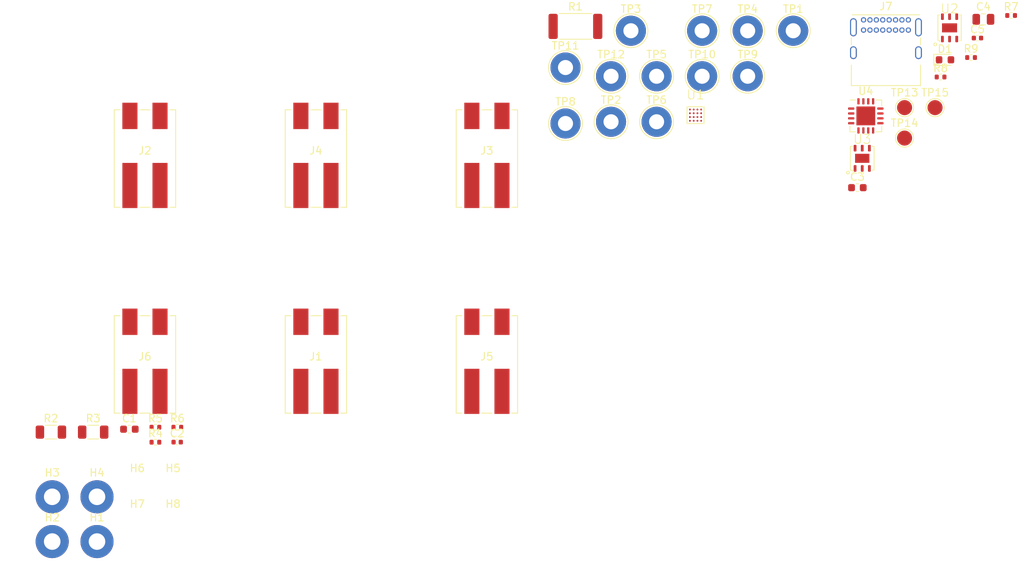
<source format=kicad_pcb>
(kicad_pcb (version 20211014) (generator pcbnew)
  (layers (0 "F.Cu" signal) (31 "B.Cu" signal) (34 "B.Paste" user) (35 "F.Paste" user) (36 "B.SilkS" user "B.Silkscreen") (37 "F.SilkS" user "F.Silkscreen") (38 "B.Mask" user) (39 "F.Mask" user) (44 "Edge.Cuts" user))
  (net 0 "")
  (net 1 "+3V3")
  (net 2 "GND")
  (net 3 "+5V")
  (net 4 "Net-(D1-Pad2)")
  (net 5 "Net-(J1-Pad1)")
  (net 6 "Net-(J2-Pad1)")
  (net 7 "Net-(J3-Pad1)")
  (net 8 "Net-(J4-Pad1)")
  (net 9 "Net-(J5-Pad1)")
  (net 10 "Net-(J6-Pad1)")
  (net 11 "/USB/CC1")
  (net 12 "/USB/USBD_P")
  (net 13 "/USB/USBD_N")
  (net 15 "Net-(J7-PadB5)")
  (net 17 "/Power Monitor/I2C_SCL")
  (net 18 "/Power Monitor/I2C_SDA")
  (net 19 "/Power Monitor/GPIO")
  (net 20 "Net-(R9-Pad1)")
  (net 21 "/Power Monitor/~{PWRDN}")
  (net 22 "/Power Monitor/SLOW")
  (footprint "Resistor_SMD:R_1206_3216Metric" (layer "F.Cu") (at 75.94 127.39)
    (fp_text reference "R2" (at 0 -1.82) (layer "F.SilkS"))
    (fp_text value "0.1R 1% 1206")
    (fp_line (start -0.727064 -0.91) (end 0.727064 -0.91) (layer "F.SilkS") (width 0.12))
    (fp_line (start -0.727064 0.91) (end 0.727064 0.91) (layer "F.SilkS") (width 0.12))
    (pad "1" smd roundrect (at -1.4625 0) (size 1.125 1.75) (layers "F.Cu" "F.Paste" "F.Mask") (roundrect_rratio 0.222222) (net 9 "Net-(J5-Pad1)"))
    (pad "2" smd roundrect (at 1.4625 0) (size 1.125 1.75) (layers "F.Cu" "F.Paste" "F.Mask") (roundrect_rratio 0.222222) (net 6 "Net-(J2-Pad1)"))
  )
  (footprint "Capacitor_SMD:C_0402_1005Metric" (layer "F.Cu") (at 199.01 75)
    (fp_text reference "C5" (at 0 -1.16) (layer "F.SilkS"))
    (fp_text value "0.1uF")
    (fp_line (start -0.107836 -0.36) (end 0.107836 -0.36) (layer "F.SilkS") (width 0.12))
    (fp_line (start -0.107836 0.36) (end 0.107836 0.36) (layer "F.SilkS") (width 0.12))
    (pad "1" smd roundrect (at -0.48 0) (size 0.56 0.62) (layers "F.Cu" "F.Paste" "F.Mask") (net 1 "+3V3"))
    (pad "2" smd roundrect (at 0.48 0) (size 0.56 0.62) (layers "F.Cu" "F.Paste" "F.Mask") (net 2 "GND"))
  )
  (footprint "Resistor_SMD:R_0402_1005Metric" (layer "F.Cu") (at 203.48 72)
    (fp_text reference "R7" (at 0 -1.17) (layer "F.SilkS"))
    (fp_text value "5.1k")
    (fp_line (start -0.153641 -0.38) (end 0.153641 -0.38) (layer "F.SilkS") (width 0.12))
    (fp_line (start -0.153641 0.38) (end 0.153641 0.38) (layer "F.SilkS") (width 0.12))
    (pad "1" smd roundrect (at -0.51 0) (size 0.54 0.64) (layers "F.Cu" "F.Paste" "F.Mask") (net 15 "Net-(J7-PadB5)"))
    (pad "2" smd roundrect (at 0.51 0) (size 0.54 0.64) (layers "F.Cu" "F.Paste" "F.Mask") (net 2 "GND"))
  )
  (footprint "TestPoint:TestPoint_THTPad_D4.0mm_Drill2.0mm" (layer "F.Cu") (at 162.44 80.08)
    (fp_text reference "TP10" (at 0 -2.898) (layer "F.SilkS"))
    (fp_text value "TP-PTH")
    (fp_circle (center 0 0) (end 0 2.25) (layer "F.SilkS") (width 0.12) (fill none))
    (pad "1" thru_hole circle (at 0 0) (size 4 4) (drill 2) (layers *.Cu *.Mask) (net 2 "GND"))
  )
  (footprint "Resistor_SMD:R_0402_1005Metric" (layer "F.Cu") (at 89.82 128.73)
    (fp_text reference "R4" (at 0 -1.17) (layer "F.SilkS"))
    (fp_text value "10k")
    (fp_line (start -0.153641 -0.38) (end 0.153641 -0.38) (layer "F.SilkS") (width 0.12))
    (fp_line (start -0.153641 0.38) (end 0.153641 0.38) (layer "F.SilkS") (width 0.12))
    (pad "1" smd roundrect (at -0.51 0) (size 0.54 0.64) (layers "F.Cu" "F.Paste" "F.Mask") (net 1 "+3V3"))
    (pad "2" smd roundrect (at 0.51 0) (size 0.54 0.64) (layers "F.Cu" "F.Paste" "F.Mask") (net 17 "/Power Monitor/I2C_SCL"))
  )
  (footprint "toast:StencilAlignmentHole_1.6mm" (layer "F.Cu") (at 87.41 135.39)
    (fp_text reference "H6" (at 0 -3.2) (layer "F.SilkS"))
    (fp_text value "StencilAlignmentHole")
    (pad "" np_thru_hole circle (at 0 0) (size 1.6 1.6) (drill 1.6) (layers F&B.Cu *.Paste *.Mask))
  )
  (footprint "toast:WAGO_2060-452_998-404" (layer "F.Cu") (at 111.139999 91.016398)
    (fp_text reference "J4" (at 0 -1.0414) (layer "F.SilkS"))
    (fp_text value "2060-452/998-404" hide)
    (fp_line (start 4.077 -6.477) (end 3.336041 -6.477) (layer "F.SilkS") (width 0.12))
    (fp_line (start 0.663961 -6.477) (end -0.663961 -6.477) (layer "F.SilkS") (width 0.12))
    (fp_line (start -4.077 -6.477) (end -4.077 6.477) (layer "F.SilkS") (width 0.12))
    (fp_line (start -3.336041 -6.477) (end -4.077 -6.477) (layer "F.SilkS") (width 0.12))
    (fp_line (start 4.077 6.477) (end 4.077 -6.477) (layer "F.SilkS") (width 0.12))
    (fp_line (start -4.077 6.477) (end -3.332741 6.477) (layer "F.SilkS") (width 0.12))
    (fp_line (start 3.332741 6.477) (end 4.077 6.477) (layer "F.SilkS") (width 0.12))
    (fp_line (start -0.667261 6.477) (end 0.667261 6.477) (layer "F.SilkS") (width 0.12))
    (pad "1" smd rect (at -2.000001 3.5836) (size 2 6) (layers "F.Cu" "F.Paste" "F.Mask") (net 8 "Net-(J4-Pad1)"))
    (pad "2" smd rect (at 2.000001 3.5836) (size 2 6) (layers "F.Cu" "F.Paste" "F.Mask") (net 2 "GND"))
    (pad "3" smd rect (at -2.000001 -5.6664) (size 2.0066 3.5052) (layers "F.Cu" "F.Paste" "F.Mask") (net 8 "Net-(J4-Pad1)"))
    (pad "4" smd rect (at 2.000001 -5.6664) (size 2.0066 3.5052) (layers "F.Cu" "F.Paste" "F.Mask") (net 2 "GND"))
  )
  (footprint "Resistor_SMD:R_0402_1005Metric" (layer "F.Cu") (at 89.82 126.74)
    (fp_text reference "R5" (at 0 -1.17) (layer "F.SilkS"))
    (fp_text value "10k")
    (fp_line (start -0.153641 0.38) (end 0.153641 0.38) (layer "F.SilkS") (width 0.12))
    (fp_line (start -0.153641 -0.38) (end 0.153641 -0.38) (layer "F.SilkS") (width 0.12))
    (pad "1" smd roundrect (at -0.51 0) (size 0.54 0.64) (layers "F.Cu" "F.Paste" "F.Mask") (net 1 "+3V3"))
    (pad "2" smd roundrect (at 0.51 0) (size 0.54 0.64) (layers "F.Cu" "F.Paste" "F.Mask") (net 18 "/Power Monitor/I2C_SDA"))
  )
  (footprint "Resistor_SMD:R_0402_1005Metric" (layer "F.Cu") (at 194.11 80.18)
    (fp_text reference "R8" (at 0 -1.17) (layer "F.SilkS"))
    (fp_text value "5.1k")
    (fp_line (start -0.153641 0.38) (end 0.153641 0.38) (layer "F.SilkS") (width 0.12))
    (fp_line (start -0.153641 -0.38) (end 0.153641 -0.38) (layer "F.SilkS") (width 0.12))
    (pad "1" smd roundrect (at -0.51 0) (size 0.54 0.64) (layers "F.Cu" "F.Paste" "F.Mask") (net 11 "/USB/CC1"))
    (pad "2" smd roundrect (at 0.51 0) (size 0.54 0.64) (layers "F.Cu" "F.Paste" "F.Mask") (net 2 "GND"))
  )
  (footprint "Capacitor_SMD:C_0805_2012Metric" (layer "F.Cu") (at 199.8 72.51)
    (fp_text reference "C4" (at 0 -1.68) (layer "F.SilkS"))
    (fp_text value "10uF")
    (fp_line (start -0.261252 0.735) (end 0.261252 0.735) (layer "F.SilkS") (width 0.12))
    (fp_line (start -0.261252 -0.735) (end 0.261252 -0.735) (layer "F.SilkS") (width 0.12))
    (pad "1" smd roundrect (at -0.95 0) (size 1 1.45) (layers "F.Cu" "F.Paste" "F.Mask") (net 1 "+3V3"))
    (pad "2" smd roundrect (at 0.95 0) (size 1 1.45) (layers "F.Cu" "F.Paste" "F.Mask") (net 2 "GND"))
  )
  (footprint "toast:BGA16NP50_4X4_222X217X67B32N" (layer "F.Cu") (at 161.565 85.25)
    (fp_text reference "U1" (at 0 -2.7) (layer "F.SilkS") (effects (font (size 1.2 1.2) (thickness 0.12))))
    (fp_text value "PAC1953T-E_J6CX")
    (fp_line (start 1.125 -1.12) (end 1.125 1.12) (layer "F.SilkS") (width 0.12))
    (fp_line (start -1.125 -1.12) (end 1.125 -1.12) (layer "F.SilkS") (width 0.12))
    (fp_line (start -1.125 1.12) (end -1.125 -1.12) (layer "F.SilkS") (width 0.12))
    (fp_line (start 1.125 1.12) (end -1.125 1.12) (layer "F.SilkS") (width 0.12))
    (pad "A1" smd circle (at -0.75 0.75) (size 0.25 0.25) (layers "F.Cu" "F.Paste" "F.Mask") (net 6 "Net-(J2-Pad1)"))
    (pad "A2" smd circle (at -0.75 0.25) (size 0.25 0.25) (layers "F.Cu" "F.Paste" "F.Mask") (net 8 "Net-(J4-Pad1)"))
    (pad "A3" smd circle (at -0.75 -0.25) (size 0.25 0.25) (layers "F.Cu" "F.Paste" "F.Mask") (net 5 "Net-(J1-Pad1)"))
    (pad "A4" smd circle (at -0.75 -0.75) (size 0.25 0.25) (layers "F.Cu" "F.Paste" "F.Mask") (net 1 "+3V3"))
    (pad "B1" smd circle (at -0.25 0.75) (size 0.25 0.25) (layers "F.Cu" "F.Paste" "F.Mask") (net 9 "Net-(J5-Pad1)"))
    (pad "B2" smd circle (at -0.25 0.25) (size 0.25 0.25) (layers "F.Cu" "F.Paste" "F.Mask") (net 19 "/Power Monitor/GPIO"))
    (pad "B3" smd circle (at -0.25 -0.25) (size 0.25 0.25) (layers "F.Cu" "F.Paste" "F.Mask") (net 21 "/Power Monitor/~{PWRDN}"))
    (pad "B4" smd circle (at -0.25 -0.75) (size 0.25 0.25) (layers "F.Cu" "F.Paste" "F.Mask") (net 2 "GND"))
    (pad "C1" smd circle (at 0.25 0.75) (size 0.25 0.25) (layers "F.Cu" "F.Paste" "F.Mask") (net 10 "Net-(J6-Pad1)"))
    (pad "C2" smd circle (at 0.25 0.25) (size 0.25 0.25) (layers "F.Cu" "F.Paste" "F.Mask") (net 2 "GND"))
    (pad "C3" smd circle (at 0.25 -0.25) (size 0.25 0.25) (layers "F.Cu" "F.Paste" "F.Mask") (net 22 "/Power Monitor/SLOW"))
    (pad "C4" smd circle (at 0.25 -0.75) (size 0.25 0.25) (layers "F.Cu" "F.Paste" "F.Mask") (net 17 "/Power Monitor/I2C_SCL"))
    (pad "D1" smd circle (at 0.75 0.75) (size 0.25 0.25) (layers "F.Cu" "F.Paste" "F.Mask") (net 7 "Net-(J3-Pad1)"))
    (pad "D2" smd circle (at 0.75 0.25) (size 0.25 0.25) (layers "F.Cu" "F.Paste" "F.Mask") (net 2 "GND"))
    (pad "D3" smd circle (at 0.75 -0.25) (size 0.25 0.25) (layers "F.Cu" "F.Paste" "F.Mask") (net 2 "GND"))
    (pad "D4" smd circle (at 0.75 -0.75) (size 0.25 0.25) (layers "F.Cu" "F.Paste" "F.Mask") (net 18 "/Power Monitor/I2C_SDA"))
  )
  (footprint "Connector_USB:USB_C_Receptacle_GCT_USB4085" (layer "F.Cu") (at 183.88 72.59)
    (fp_text reference "J7" (at 2.975 -1.8) (layer "F.SilkS"))
    (fp_text value "USB_C_Receptacle_USB2.0")
    (fp_line (start 7.57 2.4) (end 7.57 3.3) (layer "F.SilkS") (width 0.12))
    (fp_line (start 7.57 6) (end 7.57 8.73) (layer "F.SilkS") (width 0.12))
    (fp_line (start -1.62 8.73) (end 7.57 8.73) (layer "F.SilkS") (width 0.12))
    (fp_line (start -1.62 6) (end -1.62 8.73) (layer "F.SilkS") (width 0.12))
    (fp_line (start -1.5 -0.68) (end 7.45 -0.68) (layer "F.SilkS") (width 0.12))
    (fp_line (start -1.62 2.4) (end -1.62 3.3) (layer "F.SilkS") (width 0.12))
    (pad "A1" thru_hole circle (at 0 0) (size 0.7 0.7) (drill 0.4) (layers *.Cu *.Mask) (net 2 "GND"))
    (pad "A4" thru_hole circle (at 0.85 0) (size 0.7 0.7) (drill 0.4) (layers *.Cu *.Mask) (net 3 "+5V"))
    (pad "A5" thru_hole circle (at 1.7 0) (size 0.7 0.7) (drill 0.4) (layers *.Cu *.Mask) (net 11 "/USB/CC1"))
    (pad "A6" thru_hole circle (at 2.55 0) (size 0.7 0.7) (drill 0.4) (layers *.Cu *.Mask) (net 12 "/USB/USBD_P"))
    (pad "A7" thru_hole circle (at 3.4 0) (size 0.7 0.7) (drill 0.4) (layers *.Cu *.Mask) (net 13 "/USB/USBD_N"))
    (pad "A8" thru_hole circle (at 4.25 0) (size 0.7 0.7) (drill 0.4) (layers *.Cu *.Mask))
    (pad "A9" thru_hole circle (at 5.1 0) (size 0.7 0.7) (drill 0.4) (layers *.Cu *.Mask) (net 3 "+5V"))
    (pad "A12" thru_hole circle (at 5.95 0) (size 0.7 0.7) (drill 0.4) (layers *.Cu *.Mask) (net 2 "GND"))
    (pad "B1" thru_hole circle (at 5.95 1.35) (size 0.7 0.7) (drill 0.4) (layers *.Cu *.Mask) (net 2 "GND"))
    (pad "B4" thru_hole circle (at 5.1 1.35) (size 0.7 0.7) (drill 0.4) (layers *.Cu *.Mask) (net 3 "+5V"))
    (pad "B5" thru_hole circle (at 4.25 1.35) (size 0.7 0.7) (drill 0.4) (layers *.Cu *.Mask) (net 15 "Net-(J7-PadB5)"))
    (pad "B6" thru_hole circle (at 3.4 1.35) (size 0.7 0.7) (drill 0.4) (layers *.Cu *.Mask) (net 12 "/USB/USBD_P"))
    (pad "B7" thru_hole circle (at 2.55 1.35) (size 0.7 0.7) (drill 0.4) (layers *.Cu *.Mask) (net 13 "/USB/USBD_N"))
    (pad "B8" thru_hole circle (at 1.7 1.35) (size 0.7 0.7) (drill 0.4) (layers *.Cu *.Mask))
    (pad "B9" thru_hole circle (at 0.85 1.35) (size 0.7 0.7) (drill 0.4) (layers *.Cu *.Mask) (net 3 "+5V"))
    (pad "B12" thru_hole circle (at 0 1.35) (size 0.7 0.7) (drill 0.4) (layers *.Cu *.Mask) (net 2 "GND"))
    (pad "S1" thru_hole oval (at -1.35 4.36) (size 0.9 1.7) (drill oval 0.6 1.4) (layers *.Cu *.Mask) (net 2 "GND"))
    (pad "S1" thru_hole oval (at 7.3 0.98) (size 0.9 2.4) (drill oval 0.6 2.1) (layers *.Cu *.Mask) (net 2 "GND"))
    (pad "S1" thru_hole oval (at -1.35 0.98) (size 0.9 2.4) (drill oval 0.6 2.1) (layers *.Cu *.Mask) (net 2 "GND"))
    (pad "S1" thru_hole oval (at 7.3 4.36) (size 0.9 1.7) (drill oval 0.6 1.4) (layers *.Cu *.Mask) (net 2 "GND"))
  )
  (footprint "Capacitor_SMD:C_0603_1608Metric" (layer "F.Cu") (at 183.06 94.89)
    (fp_text reference "C3" (at 0 -1.43) (layer "F.SilkS"))
    (fp_text value "1uF")
    (fp_line (start -0.14058 -0.51) (end 0.14058 -0.51) (layer "F.SilkS") (width 0.12))
    (fp_line (start -0.14058 0.51) (end 0.14058 0.51) (layer "F.SilkS") (width 0.12))
    (pad "1" smd roundrect (at -0.775 0) (size 0.9 0.95) (layers "F.Cu" "F.Paste" "F.Mask") (net 3 "+5V"))
    (pad "2" smd roundrect (at 0.775 0) (size 0.9 0.95) (layers "F.Cu" "F.Paste" "F.Mask") (net 2 "GND"))
  )
  (footprint "TestPoint:TestPoint_Pad_D2.0mm" (layer "F.Cu") (at 189.33 88.3)
    (fp_text reference "TP14" (at 0 -1.998) (layer "F.SilkS"))
    (fp_text value "TestPoint")
    (fp_circle (center 0 0) (end 0 1.2) (layer "F.SilkS") (width 0.12) (fill none))
    (pad "1" smd circle (at 0 0) (size 2 2) (layers "F.Cu" "F.Mask") (net 18 "/Power Monitor/I2C_SDA"))
  )
  (footprint "TestPoint:TestPoint_THTPad_D4.0mm_Drill2.0mm" (layer "F.Cu") (at 162.44 74.03)
    (fp_text reference "TP7" (at 0 -2.898) (layer "F.SilkS"))
    (fp_text value "TP-PTH")
    (fp_circle (center 0 0) (end 0 2.25) (layer "F.SilkS") (width 0.12) (fill none))
    (pad "1" thru_hole circle (at 0 0) (size 4 4) (drill 2) (layers *.Cu *.Mask) (net 2 "GND"))
  )
  (footprint "TestPoint:TestPoint_THTPad_D4.0mm_Drill2.0mm" (layer "F.Cu") (at 150.34 80.08)
    (fp_text reference "TP12" (at 0 -2.898) (layer "F.SilkS"))
    (fp_text value "TP-PTH")
    (fp_circle (center 0 0) (end 0 2.25) (layer "F.SilkS") (width 0.12) (fill none))
    (pad "1" thru_hole circle (at 0 0) (size 4 4) (drill 2) (layers *.Cu *.Mask) (net 2 "GND"))
  )
  (footprint "TestPoint:TestPoint_Pad_D2.0mm" (layer "F.Cu") (at 189.33 84.25)
    (fp_text reference "TP13" (at 0 -1.998) (layer "F.SilkS"))
    (fp_text value "TestPoint")
    (fp_circle (center 0 0) (end 0 1.2) (layer "F.SilkS") (width 0.12) (fill none))
    (pad "1" smd circle (at 0 0) (size 2 2) (layers "F.Cu" "F.Mask") (net 1 "+3V3"))
  )
  (footprint "toast:StencilAlignmentHole_1.6mm" (layer "F.Cu") (at 92.16 140.14)
    (fp_text reference "H8" (at 0 -3.2) (layer "F.SilkS"))
    (fp_text value "StencilAlignmentHole")
    (pad "" np_thru_hole circle (at 0 0) (size 1.6 1.6) (drill 1.6) (layers F&B.Cu *.Paste *.Mask))
  )
  (footprint "toast:SON7P95_300X300X80L50X35T190X120N" (layer "F.Cu") (at 183.705 90.986)
    (fp_text reference "U3" (at 0 -2.54) (layer "F.SilkS") (effects (font (size 1.2 1.2) (thickness 0.12))))
    (fp_text value "TPD2E001DRSR")
    (fp_line (start -1.575 1.575) (end -1.575 -1.575) (layer "F.SilkS") (width 0.12))
    (fp_line (start 1.315 1.575) (end 1.575 1.575) (layer "F.SilkS") (width 0.12))
    (fp_line (start -1.315 1.575) (end -1.575 1.575) (layer "F.SilkS") (width 0.12))
    (fp_line (start -1.315 1.575) (end -1.315 1.725) (layer "F.SilkS") (width 0.12))
    (fp_line (start 1.575 1.575) (end 1.575 -1.575) (layer "F.SilkS") (width 0.12))
    (fp_line (start -1.575 -1.575) (end -1.315 -1.575) (layer "F.SilkS") (width 0.12))
    (fp_line (start 1.575 -1.575) (end 1.315 -1.575) (layer "F.SilkS") (width 0.12))
    (fp_circle (center -1.9 1.9) (end -1.9 2.09) (layer "F.SilkS") (width 0.12) (fill none))
    (pad "1" smd roundrect (at -0.95 1.347 90) (size 0.877 0.37) (layers "F.Cu" "F.Paste" "F.Mask") (roundrect_rratio 0.2486) (net 3 "+5V"))
    (pad "2" smd roundrect (at 0 1.347 90) (size 0.877 0.37) (layers "F.Cu" "F.Paste" "F.Mask") (roundrect_rratio 0.2486))
    (pad "3" smd roundrect (at 0.95 1.347 90) (size 0.877 0.37) (layers "F.Cu" "F.Paste" "F.Mask") (roundrect_rratio 0.2486) (net 13 "/USB/USBD_N"))
    (pad "4" smd roundrect (at 0.95 -1.347 90) (size 0.877 0.37) (layers "F.Cu" "F.Paste" "F.Mask") (roundrect_rratio 0.2486) (net 2 "GND"))
    (pad "5" smd roundrect (at 0 -1.347 90) (size 0.877 0.37) (layers "F.Cu" "F.Paste" "F.Mask") (roundrect_rratio 0.2486))
    (pad "6" smd roundrect (at -0.95 -1.347 90) (size 0.877 0.37) (layers "F.Cu" "F.Paste" "F.Mask") (roundrect_rratio 0.2486) (net 12 "/USB/USBD_P"))
    (pad "7" smd rect (at 0 0 90) (size 1.2 1.9) (layers "F.Cu" "F.Mask") (net 2 "GND"))
  )
  (footprint "toast:SON7P95_300X330X100L50X35T200X120N" (layer "F.Cu") (at 195.305 73.645)
    (fp_text reference "U2" (at 0 -2.54) (layer "F.SilkS") (effects (font (size 1.2 1.2) (thickness 0.12))))
    (fp_text value "NCP606")
    (fp_line (start 1.55 1.7) (end 1.55 -1.7) (layer "F.SilkS") (width 0.12))
    (fp_line (start 1.315 1.7) (end 1.55 1.7) (layer "F.SilkS") (width 0.12))
    (fp_line (start -1.55 1.7) (end -1.55 -1.7) (layer "F.SilkS") (width 0.12))
    (fp_line (start -1.315 1.7) (end -1.315 1.855) (layer "F.SilkS") (width 0.12))
    (fp_line (start 1.55 -1.7) (end 1.315 -1.7) (layer "F.SilkS") (width 0.12))
    (fp_line (start -1.55 -1.7) (end -1.315 -1.7) (layer "F.SilkS") (width 0.12))
    (fp_line (start -1.315 1.7) (end -1.55 1.7) (layer "F.SilkS") (width 0.12))
    (fp_circle (center -1.9 2.2) (end -1.9 2.39) (layer "F.SilkS") (width 0.12) (fill none))
    (pad "1" smd roundrect (at -0.95 1.485 90) (size 0.86 0.37) (layers "F.Cu" "F.Paste" "F.Mask") (roundrect_rratio 0.2486) (net 3 "+5V"))
    (pad "2" smd roundrect (at 0 1.485 90) (size 0.86 0.37) (layers "F.Cu" "F.Paste" "F.Mask") (roundrect_rratio 0.2486) (net 2 "GND"))
    (pad "3" smd roundrect (at 0.95 1.485 90) (size 0.86 0.37) (layers "F.Cu" "F.Paste" "F.Mask") (roundrect_rratio 0.2486) (net 3 "+5V"))
    (pad "4" smd roundrect (at 0.95 -1.485 90) (size 0.86 0.37) (layers "F.Cu" "F.Paste" "F.Mask") (roundrect_rratio 0.2486) (net 1 "+3V3"))
    (pad "5" smd roundrect (at 0 -1.485 90) (size 0.86 0.37) (layers "F.Cu" "F.Paste" "F.Mask") (roundrect_rratio 0.2486) (net 1 "+3V3"))
    (pad "6" smd roundrect (at -0.95 -1.485 90) (size 0.86 0.37) (layers "F.Cu" "F.Paste" "F.Mask") (roundrect_rratio 0.2486) (net 3 "+5V"))
    (pad "7" smd rect (at 0 0 90) (size 1.2 2) (layers "F.Cu" "F.Mask") (net 2 "GND"))
  )
  (footprint "toast:WAGO_2060-452_998-404" (layer "F.Cu") (at 88.429999 118.386398)
    (fp_text reference "J6" (at 0 -1.0414) (layer "F.SilkS"))
    (fp_text value "2060-452/998-404" hide)
    (fp_line (start 4.077 -6.477) (end 3.336041 -6.477) (layer "F.SilkS") (width 0.12))
    (fp_line (start -3.336041 -6.477) (end -4.077 -6.477) (layer "F.SilkS") (width 0.12))
    (fp_line (start -0.667261 6.477) (end 0.667261 6.477) (layer "F.SilkS") (width 0.12))
    (fp_line (start 4.077 6.477) (end 4.077 -6.477) (layer "F.SilkS") (width 0.12))
    (fp_line (start 3.332741 6.477) (end 4.077 6.477) (layer "F.SilkS") (width 0.12))
    (fp_line (start -4.077 6.477) (end -3.332741 6.477) (layer "F.SilkS") (width 0.12))
    (fp_line (start 0.663961 -6.477) (end -0.663961 -6.477) (layer "F.SilkS") (width 0.12))
    (fp_line (start -4.077 -6.477) (end -4.077 6.477) (layer "F.SilkS") (width 0.12))
    (pad "1" smd rect (at -2.000001 3.5836) (size 2 6) (layers "F.Cu" "F.Paste" "F.Mask") (net 10 "Net-(J6-Pad1)"))
    (pad "2" smd rect (at 2.000001 3.5836) (size 2 6) (layers "F.Cu" "F.Paste" "F.Mask") (net 2 "GND"))
    (pad "3" smd rect (at -2.000001 -5.6664) (size 2.0066 3.5052) (layers "F.Cu" "F.Paste" "F.Mask") (net 10 "Net-(J6-Pad1)"))
    (pad "4" smd rect (at 2.000001 -5.6664) (size 2.0066 3.5052) (layers "F.Cu" "F.Paste" "F.Mask") (net 2 "GND"))
  )
  (footprint "Capacitor_SMD:C_0402_1005Metric" (layer "F.Cu") (at 92.71 128.72)
    (fp_text reference "C2" (at 0 -1.16) (layer "F.SilkS"))
    (fp_text value "0.1uF")
    (fp_line (start -0.107836 -0.36) (end 0.107836 -0.36) (layer "F.SilkS") (width 0.12))
    (fp_line (start -0.107836 0.36) (end 0.107836 0.36) (layer "F.SilkS") (width 0.12))
    (pad "1" smd roundrect (at -0.48 0) (size 0.56 0.62) (layers "F.Cu" "F.Paste" "F.Mask") (net 1 "+3V3"))
    (pad "2" smd roundrect (at 0.48 0) (size 0.56 0.62) (layers "F.Cu" "F.Paste" "F.Mask") (net 2 "GND"))
  )
  (footprint "toast:WAGO_2060-452_998-404" (layer "F.Cu") (at 111.139999 118.386398)
    (fp_text reference "J1" (at 0 -1.0414) (layer "F.SilkS"))
    (fp_text value "2060-452/998-404" hide)
    (fp_line (start -4.077 6.477) (end -3.332741 6.477) (layer "F.SilkS") (width 0.12))
    (fp_line (start -0.667261 6.477) (end 0.667261 6.477) (layer "F.SilkS") (width 0.12))
    (fp_line (start 3.332741 6.477) (end 4.077 6.477) (layer "F.SilkS") (width 0.12))
    (fp_line (start 4.077 -6.477) (end 3.336041 -6.477) (layer "F.SilkS") (width 0.12))
    (fp_line (start -4.077 -6.477) (end -4.077 6.477) (layer "F.SilkS") (width 0.12))
    (fp_line (start -3.336041 -6.477) (end -4.077 -6.477) (layer "F.SilkS") (width 0.12))
    (fp_line (start 4.077 6.477) (end 4.077 -6.477) (layer "F.SilkS") (width 0.12))
    (fp_line (start 0.663961 -6.477) (end -0.663961 -6.477) (layer "F.SilkS") (width 0.12))
    (pad "1" smd rect (at -2.000001 3.5836) (size 2 6) (layers "F.Cu" "F.Paste" "F.Mask") (net 5 "Net-(J1-Pad1)"))
    (pad "2" smd rect (at 2.000001 3.5836) (size 2 6) (layers "F.Cu" "F.Paste" "F.Mask") (net 2 "GND"))
    (pad "3" smd rect (at -2.000001 -5.6664) (size 2.0066 3.5052) (layers "F.Cu" "F.Paste" "F.Mask") (net 5 "Net-(J1-Pad1)"))
    (pad "4" smd rect (at 2.000001 -5.6664) (size 2.0066 3.5052) (layers "F.Cu" "F.Paste" "F.Mask") (net 2 "GND"))
  )
  (footprint "Capacitor_SMD:C_0603_1608Metric" (layer "F.Cu") (at 86.36 127)
    (fp_text reference "C1" (at 0 -1.43) (layer "F.SilkS"))
    (fp_text value "1uF")
    (fp_line (start -0.14058 -0.51) (end 0.14058 -0.51) (layer "F.SilkS") (width 0.12))
    (fp_line (start -0.14058 0.51) (end 0.14058 0.51) (layer "F.SilkS") (width 0.12))
    (pad "1" smd roundrect (at -0.775 0) (size 0.9 0.95) (layers "F.Cu" "F.Paste" "F.Mask") (net 1 "+3V3"))
    (pad "2" smd roundrect (at 0.775 0) (size 0.9 0.95) (layers "F.Cu" "F.Paste" "F.Mask") (net 2 "GND"))
  )
  (footprint "Resistor_SMD:R_0402_1005Metric" (layer "F.Cu") (at 92.73 126.74)
    (fp_text reference "R6" (at 0 -1.17) (layer "F.SilkS"))
    (fp_text value "10k")
    (fp_line (start -0.153641 -0.38) (end 0.153641 -0.38) (layer "F.SilkS") (width 0.12))
    (fp_line (start -0.153641 0.38) (end 0.153641 0.38) (layer "F.SilkS") (width 0.12))
    (pad "1" smd roundrect (at -0.51 0) (size 0.54 0.64) (layers "F.Cu" "F.Paste" "F.Mask") (net 1 "+3V3"))
    (pad "2" smd roundrect (at 0.51 0) (size 0.54 0.64) (layers "F.Cu" "F.Paste" "F.Mask") (net 19 "/Power Monitor/GPIO"))
  )
  (footprint "Resistor_SMD:R_0402_1005Metric" (layer "F.Cu") (at 198.16 77.59)
    (fp_text reference "R9" (at 0 -1.17) (layer "F.SilkS"))
    (fp_text value "2k")
    (fp_line (start -0.153641 0.38) (end 0.153641 0.38) (layer "F.SilkS") (width 0.12))
    (fp_line (start -0.153641 -0.38) (end 0.153641 -0.38) (layer "F.SilkS") (width 0.12))
    (pad "1" smd roundrect (at -0.51 0) (size 0.54 0.64) (layers "F.Cu" "F.Paste" "F.Mask") (net 20 "Net-(R9-Pad1)"))
    (pad "2" smd roundrect (at 0.51 0) (size 0.54 0.64) (layers "F.Cu" "F.Paste" "F.Mask") (net 4 "Net-(D1-Pad2)"))
  )
  (footprint "TestPoint:TestPoint_THTPad_D4.0mm_Drill2.0mm" (layer "F.Cu") (at 152.98 74.03)
    (fp_text reference "TP3" (at 0 -2.898) (layer "F.SilkS"))
    (fp_text value "TP-PTH")
    (fp_circle (center 0 0) (end 0 2.25) (layer "F.SilkS") (width 0.12) (fill none))
    (pad "1" thru_hole circle (at 0 0) (size 4 4) (drill 2) (layers *.Cu *.Mask) (net 7 "Net-(J3-Pad1)"))
  )
  (footprint "toast:WAGO_2060-452_998-404" (layer "F.Cu") (at 88.429999 91.016398)
    (fp_text reference "J2" (at 0 -1.0414) (layer "F.SilkS"))
    (fp_text value "2060-452/998-404" hide)
    (fp_line (start 3.332741 6.477) (end 4.077 6.477) (layer "F.SilkS") (width 0.12))
    (fp_line (start -4.077 -6.477) (end -4.077 6.477) (layer "F.SilkS") (width 0.12))
    (fp_line (start 4.077 -6.477) (end 3.336041 -6.477) (layer "F.SilkS") (width 0.12))
    (fp_line (start -0.667261 6.477) (end 0.667261 6.477) (layer "F.SilkS") (width 0.12))
    (fp_line (start -4.077 6.477) (end -3.332741 6.477) (layer "F.SilkS") (width 0.12))
    (fp_line (start 4.077 6.477) (end 4.077 -6.477) (layer "F.SilkS") (width 0.12))
    (fp_line (start 0.663961 -6.477) (end -0.663961 -6.477) (layer "F.SilkS") (width 0.12))
    (fp_line (start -3.336041 -6.477) (end -4.077 -6.477) (layer "F.SilkS") (width 0.12))
    (pad "1" smd rect (at -2.000001 3.5836) (size 2 6) (layers "F.Cu" "F.Paste" "F.Mask") (net 6 "Net-(J2-Pad1)"))
    (pad "2" smd rect (at 2.000001 3.5836) (size 2 6) (layers "F.Cu" "F.Paste" "F.Mask") (net 2 "GND"))
    (pad "3" smd rect (at -2.000001 -5.6664) (size 2.0066 3.5052) (layers "F.Cu" "F.Paste" "F.Mask") (net 6 "Net-(J2-Pad1)"))
    (pad "4" smd rect (at 2.000001 -5.6664) (size 2.0066 3.5052) (layers "F.Cu" "F.Paste" "F.Mask") (net 2 "GND"))
  )
  (footprint "toast:WAGO_2060-452_998-404" (layer "F.Cu") (at 133.849999 91.016398)
    (fp_text reference "J3" (at 0 -1.0414) (layer "F.SilkS"))
    (fp_text value "2060-452/998-404" hide)
    (fp_line (start -3.336041 -6.477) (end -4.077 -6.477) (layer "F.SilkS") (width 0.12))
    (fp_line (start 3.332741 6.477) (end 4.077 6.477) (layer "F.SilkS") (width 0.12))
    (fp_line (start 4.077 6.477) (end 4.077 -6.477) (layer "F.SilkS") (width 0.12))
    (fp_line (start -4.077 -6.477) (end -4.077 6.477) (layer "F.SilkS") (width 0.12))
    (fp_line (start -4.077 6.477) (end -3.332741 6.477) (layer "F.SilkS") (width 0.12))
    (fp_line (start 4.077 -6.477) (end 3.336041 -6.477) (layer "F.SilkS") (width 0.12))
    (fp_line (start -0.667261 6.477) (end 0.667261 6.477) (layer "F.SilkS") (width 0.12))
    (fp_line (start 0.663961 -6.477) (end -0.663961 -6.477) (layer "F.SilkS") (width 0.12))
    (pad "1" smd rect (at -2.000001 3.5836) (size 2 6) (layers "F.Cu" "F.Paste" "F.Mask") (net 7 "Net-(J3-Pad1)"))
    (pad "2" smd rect (at 2.000001 3.5836) (size 2 6) (layers "F.Cu" "F.Paste" "F.Mask") (net 2 "GND"))
    (pad "3" smd rect (at -2.000001 -5.6664) (size 2.0066 3.5052) (layers "F.Cu" "F.Paste" "F.Mask") (net 7 "Net-(J3-Pad1)"))
    (pad "4" smd rect (at 2.000001 -5.6664) (size 2.0066 3.5052) (layers "F.Cu" "F.Paste" "F.Mask") (net 2 "GND"))
  )
  (footprint "TestPoint:TestPoint_THTPad_D4.0mm_Drill2.0mm" (layer "F.Cu") (at 168.49 74.03)
    (fp_text reference "TP4" (at 0 -2.898) (layer "F.SilkS"))
    (fp_text value "TP-PTH")
    (fp_circle (center 0 0) (end 0 2.25) (layer "F.SilkS") (width 0.12) (fill none))
    (pad "1" thru_hole circle (at 0 0) (size 4 4) (drill 2) (layers *.Cu *.Mask) (net 10 "Net-(J6-Pad1)"))
  )
  (footprint "TestPoint:TestPoint_THTPad_D4.0mm_Drill2.0mm" (layer "F.Cu") (at 156.39 80.08)
    (fp_text reference "TP5" (at 0 -2.898) (layer "F.SilkS"))
    (fp_text value "TP-PTH")
    (fp_circle (center 0 0) (end 0 2.25) (layer "F.SilkS") (width 0.12) (fill none))
    (pad "1" thru_hole circle (at 0 0) (size 4 4) (drill 2) (layers *.Cu *.Mask) (net 9 "Net-(J5-Pad1)"))
  )
  (footprint "toast:StencilAlignmentHole_1.6mm" (layer "F.Cu") (at 92.16 135.39)
    (fp_text reference "H5" (at 0 -3.2) (layer "F.SilkS"))
    (fp_text value "StencilAlignmentHole")
    (pad "" np_thru_hole circle (at 0 0) (size 1.6 1.6) (drill 1.6) (layers F&B.Cu *.Paste *.Mask))
  )
  (footprint "MountingHole:MountingHole_2.2mm_M2_Pad" (layer "F.Cu") (at 82.06 135.99)
    (fp_text reference "H4" (at 0 -3.2) (layer "F.SilkS"))
    (fp_text value "MountingHole_Pad")
    (pad "1" thru_hole circle (at 0 0) (size 4.4 4.4) (drill 2.2) (layers *.Cu *.Mask) (net 2 "GND"))
  )
  (footprint "Resistor_SMD:R_1206_3216Metric" (layer "F.Cu") (at 81.55 127.39)
    (fp_text reference "R3" (at 0 -1.82) (layer "F.SilkS"))
    (fp_text value "1R 1% 1206")
    (fp_line (start -0.727064 -0.91) (end 0.727064 -0.91) (layer "F.SilkS") (width 0.12))
    (fp_line (start -0.727064 0.91) (end 0.727064 0.91) (layer "F.SilkS") (width 0.12))
    (pad "1" smd roundrect (at -1.4625 0) (size 1.125 1.75) (layers "F.Cu" "F.Paste" "F.Mask") (roundrect_rratio 0.222222) (net 10 "Net-(J6-Pad1)"))
    (pad "2" smd roundrect (at 1.4625 0) (size 1.125 1.75) (layers "F.Cu" "F.Paste" "F.Mask") (roundrect_rratio 0.222222) (net 7 "Net-(J3-Pad1)"))
  )
  (footprint "LED_SMD:LED_0603_1608Metric" (layer "F.Cu") (at 194.7 77.89)
    (fp_text reference "D1" (at 0 -1.43) (layer "F.SilkS"))
    (fp_text value "LED")
    (fp_line (start -1.485 0.735) (end 0.8 0.735) (layer "F.SilkS") (width 0.12))
    (fp_line (start -1.485 -0.735) (end -1.485 0.735) (layer "F.SilkS") (width 0.12))
    (fp_line (start 0.8 -0.735) (end -1.485 -0.735) (layer "F.SilkS") (width 0.12))
    (pad "1" smd roundrect (at -0.7875 0) (size 0.875 0.95) (layers "F.Cu" "F.Paste" "F.Mask") (net 2 "GND"))
    (pad "2" smd roundrect (at 0.7875 0) (size 0.875 0.95) (layers "F.Cu" "F.Paste" "F.Mask") (net 4 "Net-(D1-Pad2)"))
  )
  (footprint "TestPoint:TestPoint_THTPad_D4.0mm_Drill2.0mm" (layer "F.Cu") (at 168.49 80.08)
    (fp_text reference "TP9" (at 0 -2.898) (layer "F.SilkS"))
    (fp_text value "TP-PTH")
    (fp_circle (center 0 0) (end 0 2.25) (layer "F.SilkS") (width 0.12) (fill none))
    (pad "1" thru_hole circle (at 0 0) (size 4 4) (drill 2) (layers *.Cu *.Mask) (net 2 "GND"))
  )
  (footprint "TestPoint:TestPoint_THTPad_D4.0mm_Drill2.0mm" (layer "F.Cu") (at 174.54 74.03)
    (fp_text reference "TP1" (at 0 -2.898) (layer "F.SilkS"))
    (fp_text value "TP-PTH")
    (fp_circle (center 0 0) (end 0 2.25) (layer "F.SilkS") (width 0.12) (fill none))
    (pad "1" thru_hole circle (at 0 0) (size 4 4) (drill 2) (layers *.Cu *.Mask) (net 5 "Net-(J1-Pad1)"))
  )
  (footprint "MountingHole:MountingHole_2.2mm_M2_Pad" (layer "F.Cu") (at 76.11 135.99)
    (fp_text reference "H3" (at 0 -3.2) (layer "F.SilkS"))
    (fp_text value "MountingHole_Pad")
    (pad "1" thru_hole circle (at 0 0) (size 4.4 4.4) (drill 2.2) (layers *.Cu *.Mask) (net 2 "GND"))
  )
  (footprint "TestPoint:TestPoint_THTPad_D4.0mm_Drill2.0mm" (layer "F.Cu") (at 144.29 86.36)
    (fp_text reference "TP8" (at 0 -2.898) (layer "F.SilkS"))
    (fp_text value "TP-PTH")
    (fp_circle (center 0 0) (end 0 2.25) (layer "F.SilkS") (width 0.12) (fill none))
    (pad "1" thru_hole circle (at 0 0) (size 4 4) (drill 2) (layers *.Cu *.Mask) (net 2 "GND"))
  )
  (footprint "TestPoint:TestPoint_THTPad_D4.0mm_Drill2.0mm" (layer "F.Cu") (at 144.29 78.92)
    (fp_text reference "TP11" (at 0 -2.898) (layer "F.SilkS"))
    (fp_text value "TP-PTH")
    (fp_circle (center 0 0) (end 0 2.25) (layer "F.SilkS") (width 0.12) (fill none))
    (pad "1" thru_hole circle (at 0 0) (size 4 4) (drill 2) (layers *.Cu *.Mask) (net 2 "GND"))
  )
  (footprint "toast:WAGO_2060-452_998-404" (layer "F.Cu") (at 133.849999 118.386398)
    (fp_text reference "J5" (at 0 -1.0414) (layer "F.SilkS"))
    (fp_text value "2060-452/998-404" hide)
    (fp_line (start -4.077 6.477) (end -3.332741 6.477) (layer "F.SilkS") (width 0.12))
    (fp_line (start 4.077 6.477) (end 4.077 -6.477) (layer "F.SilkS") (width 0.12))
    (fp_line (start -3.336041 -6.477) (end -4.077 -6.477) (layer "F.SilkS") (width 0.12))
    (fp_line (start -4.077 -6.477) (end -4.077 6.477) (layer "F.SilkS") (width 0.12))
    (fp_line (start 3.332741 6.477) (end 4.077 6.477) (layer "F.SilkS") (width 0.12))
    (fp_line (start -0.667261 6.477) (end 0.667261 6.477) (layer "F.SilkS") (width 0.12))
    (fp_line (start 0.663961 -6.477) (end -0.663961 -6.477) (layer "F.SilkS") (width 0.12))
    (fp_line (start 4.077 -6.477) (end 3.336041 -6.477) (layer "F.SilkS") (width 0.12))
    (pad "1" smd rect (at -2.000001 3.5836) (size 2 6) (layers "F.Cu" "F.Paste" "F.Mask") (net 9 "Net-(J5-Pad1)"))
    (pad "2" smd rect (at 2.000001 3.5836) (size 2 6) (layers "F.Cu" "F.Paste" "F.Mask") (net 2 "GND"))
    (pad "3" smd rect (at -2.000001 -5.6664) (size 2.0066 3.5052) (layers "F.Cu" "F.Paste" "F.Mask") (net 9 "Net-(J5-Pad1)"))
    (pad "4" smd rect (at 2.000001 -5.6664) (size 2.0066 3.5052) (layers "F.Cu" "F.Paste" "F.Mask") (net 2 "GND"))
  )
  (footprint "TestPoint:TestPoint_Pad_D2.0mm" (layer "F.Cu") (at 193.38 84.25)
    (fp_text reference "TP15" (at 0 -1.998) (layer "F.SilkS"))
    (fp_text value "TestPoint")
    (fp_circle (center 0 0) (end 0 1.2) (layer "F.SilkS") (width 0.12) (fill none))
    (pad "1" smd circle (at 0 0) (size 2 2) (layers "F.Cu" "F.Mask") (net 17 "/Power Monitor/I2C_SCL"))
  )
  (footprint "MountingHole:MountingHole_2.2mm_M2_Pad" (layer "F.Cu") (at 82.06 141.94)
    (fp_text reference "H1" (at 0 -3.2) (layer "F.SilkS"))
    (fp_text value "MountingHole_Pad")
    (pad "1" thru_hole circle (at 0 0) (size 4.4 4.4) (drill 2.2) (layers *.Cu *.Mask) (net 2 "GND"))
  )
  (footprint "TestPoint:TestPoint_THTPad_D4.0mm_Drill2.0mm" (layer "F.Cu") (at 156.39 86.13)
    (fp_text reference "TP6" (at 0 -2.898) (layer "F.SilkS"))
    (fp_text value "TP-PTH")
    (fp_circle (center 0 0) (end 0 2.25) (layer "F.SilkS") (width 0.12) (fill none))
    (pad "1" thru_hole circle (at 0 0) (size 4 4) (drill 2) (layers *.Cu *.Mask) (net 8 "Net-(J4-Pad1)"))
  )
  (footprint "Package_DFN_QFN:QFN-16-1EP_4x4mm_P0.65mm_EP2.5x2.5mm" (layer "F.Cu") (at 184.18 85.35)
    (fp_text reference "U4" (at 0 -3.3) (layer "F.SilkS"))
    (fp_text value "MCP2221AxML")
    (fp_line (start -1.385 -2.11) (end -2.11 -2.11) (layer "F.SilkS") (width 0.12))
    (fp_line (start 1.385 -2.11) (end 2.11 -2.11) (layer "F.SilkS") (width 0.12))
    (fp_line (start -1.385 2.11) (end -2.11 2.11) (layer "F.SilkS") (width 0.12))
    (fp_line (start -2.11 2.11) (end -2.11 1.385) (layer "F.SilkS") (width 0.12))
    (fp_line (start 2.11 2.11) (end 2.11 1.385) (layer "F.SilkS") (width 0.12))
    (fp_line (start 1.385 2.11) (end 2.11 2.11) (layer "F.SilkS") (width 0.12))
    (fp_line (start 2.11 -2.11) (end 2.11 -1.385) (layer "F.SilkS") (width 0.12))
    (pad "1" smd roundrect (at -1.9375 -0.975) (size 0.825 0.3) (layers "F.Cu" "F.Paste" "F.Mask") (net 22 "/Power Monitor/SLOW"))
    (pad "2" smd roundrect (at -1.9375 -0.325) (size 0.825 0.3) (layers "F.Cu" "F.Paste" "F.Mask") (net 21 "/Power Monitor/~{PWRDN}"))
    (pad "3" smd roundrect (at -1.9375 0.325) (size 0.825 0.3) (layers "F.Cu" "F.Paste" "F.Mask"))
    (pad "4" smd roundrect (at -1.9375 0.975) (size 0.825 0.3) (layers "F.Cu" "F.Paste" "F.Mask"))
    (pad "5" smd roundrect (at -0.975 1.9375) (size 0.3 0.825) (layers "F.Cu" "F.Paste" "F.Mask"))
    (pad "6" smd roundrect (at -0.325 1.9375) (size 0.3 0.825) (layers "F.Cu" "F.Paste" "F.Mask") (net 19 "/Power Monitor/GPIO"))
    (pad "7" smd roundrect (at 0.325 1.9375) (size 0.3 0.825) (layers "F.Cu" "F.Paste" "F.Mask") (net 20 "Net-(R9-Pad1)"))
    (pad "8" smd roundrect (at 0.975 1.9375) (size 0.3 0.825) (layers "F.Cu" "F.Paste" "F.Mask") (net 18 "/Power Monitor/I2C_SDA"))
    (pad "9" smd roundrect (at 1.9375 0.975) (size 0.825 0.3) (layers "F.Cu" "F.Paste" "F.Mask") (net 17 "/Power Monitor/I2C_SCL"))
    (pad "10" smd roundrect (at 1.9375 0.325) (size 0.825 0.3) (layers "F.Cu" "F.Paste" "F.Mask") (net 1 "+3V3"))
    (pad "11" smd roundrect (at 1.9375 -0.325) (size 0.825 0.3) (layers "F.Cu" "F.Paste" "F.Mask") (net 13 "/USB/USBD_N"))
    (pad "12" smd roundrect (at 1.9375 -0.975) (size 0.825 0.3) (layers "F.Cu" "F.Paste" "F.Mask") (net 12 "/USB/USBD_P"))
    (pad "13" smd roundrect (at 0.975 -1.9375) (size 0.3 0.825) (layers "F.Cu" "F.Paste" "F.Mask") (net 2 "GND"))
    (pad "14" smd roundrect (at 0.325 -1.9375) (size 0.3 0.825) (layers "F.Cu" "F.Paste" "F.Mask"))
    (pad "15" smd roundrect (at -0.325 -1.9375) (size 0.3 0.825) (layers "F.Cu" "F.Paste" "F.Mask"))
    (pad "16" smd roundrect (at -0.975 -1.9375) (size 0.3 0.825) (layers "F.Cu" "F.Paste" "F.Mask") (net 1 "+3V3"))
    (pad "17" smd rect (at 0 0) (size 2.5 2.5) (layers "F.Cu" "F.Mask"))
  )
  (footprint "MountingHole:MountingHole_2.2mm_M2_Pad" (layer "F.Cu") (at 76.11 141.94)
    (fp_text reference "H2" (at 0 -3.2) (layer "F.SilkS"))
    (fp_text value "MountingHole_Pad")
    (pad "1" thru_hole circle (at 0 0) (size 4.4 4.4) (drill 2.2) (layers *.Cu *.Mask) (net 2 "GND"))
  )
  (footprint "Resistor_SMD:R_2512_6332Metric" (layer "F.Cu") (at 145.61 73.45)
    (fp_text reference "R1" (at 0 -2.62) (layer "F.SilkS"))
    (fp_text value "0.01R 1% 2512")
    (fp_line (start -2.177064 1.71) (end 2.177064 1.71) (layer "F.SilkS") (width 0.12))
    (fp_line (start -2.177064 -1.71) (end 2.177064 -1.71) (layer "F.SilkS") (width 0.12))
    (pad "1" smd roundrect (at -2.9625 0) (size 1.225 3.35) (layers "F.Cu" "F.Paste" "F.Mask") (roundrect_rratio 0.204082) (net 8 "Net-(J4-Pad1)"))
    (pad "2" smd roundrect (at 2.9625 0) (size 1.225 3.35) (layers "F.Cu" "F.Paste" "F.Mask") (roundrect_rratio 0.204082) (net 5 "Net-(J1-Pad1)"))
  )
  (footprint "TestPoint:TestPoint_THTPad_D4.0mm_Drill2.0mm" (layer "F.Cu") (at 150.34 86.13)
    (fp_text reference "TP2" (at 0 -2.898) (layer "F.SilkS"))
    (fp_text value "TP-PTH")
    (fp_circle (center 0 0) (end 0 2.25) (layer "F.SilkS") (width 0.12) (fill none))
    (pad "1" thru_hole circle (at 0 0) (size 4 4) (drill 2) (layers *.Cu *.Mask) (net 6 "Net-(J2-Pad1)"))
  )
  (footprint "toast:StencilAlignmentHole_1.6mm" (layer "F.Cu") (at 87.41 140.14)
    (fp_text reference "H7" (at 0 -3.2) (layer "F.SilkS"))
    (fp_text value "StencilAlignmentHole")
    (pad "" np_thru_hole circle (at 0 0) (size 1.6 1.6) (drill 1.6) (layers F&B.Cu *.Paste *.Mask))
  )
)
</source>
